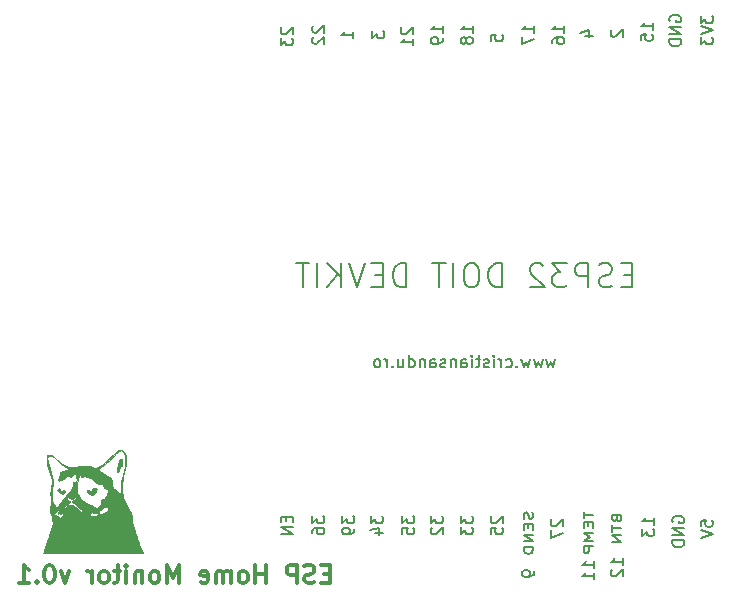
<source format=gbr>
G04 #@! TF.GenerationSoftware,KiCad,Pcbnew,(5.1.2)-1*
G04 #@! TF.CreationDate,2019-06-12T21:15:56+03:00*
G04 #@! TF.ProjectId,esp32-ac-board,65737033-322d-4616-932d-626f6172642e,rev?*
G04 #@! TF.SameCoordinates,Original*
G04 #@! TF.FileFunction,Legend,Bot*
G04 #@! TF.FilePolarity,Positive*
%FSLAX46Y46*%
G04 Gerber Fmt 4.6, Leading zero omitted, Abs format (unit mm)*
G04 Created by KiCad (PCBNEW (5.1.2)-1) date 2019-06-12 21:15:56*
%MOMM*%
%LPD*%
G04 APERTURE LIST*
%ADD10C,0.150000*%
%ADD11C,0.300000*%
%ADD12C,0.010000*%
G04 APERTURE END LIST*
D10*
X152963619Y-70231095D02*
X152916000Y-70278714D01*
X152868380Y-70373952D01*
X152868380Y-70612047D01*
X152916000Y-70707285D01*
X152963619Y-70754904D01*
X153058857Y-70802523D01*
X153154095Y-70802523D01*
X153296952Y-70754904D01*
X153868380Y-70183476D01*
X153868380Y-70802523D01*
X152868380Y-71135857D02*
X152868380Y-71754904D01*
X153249333Y-71421571D01*
X153249333Y-71564428D01*
X153296952Y-71659666D01*
X153344571Y-71707285D01*
X153439809Y-71754904D01*
X153677904Y-71754904D01*
X153773142Y-71707285D01*
X153820761Y-71659666D01*
X153868380Y-71564428D01*
X153868380Y-71278714D01*
X153820761Y-71183476D01*
X153773142Y-71135857D01*
X155630619Y-70104095D02*
X155583000Y-70151714D01*
X155535380Y-70246952D01*
X155535380Y-70485047D01*
X155583000Y-70580285D01*
X155630619Y-70627904D01*
X155725857Y-70675523D01*
X155821095Y-70675523D01*
X155963952Y-70627904D01*
X156535380Y-70056476D01*
X156535380Y-70675523D01*
X155630619Y-71056476D02*
X155583000Y-71104095D01*
X155535380Y-71199333D01*
X155535380Y-71437428D01*
X155583000Y-71532666D01*
X155630619Y-71580285D01*
X155725857Y-71627904D01*
X155821095Y-71627904D01*
X155963952Y-71580285D01*
X156535380Y-71008857D01*
X156535380Y-71627904D01*
X158948380Y-71151714D02*
X158948380Y-70580285D01*
X158948380Y-70866000D02*
X157948380Y-70866000D01*
X158091238Y-70770761D01*
X158186476Y-70675523D01*
X158234095Y-70580285D01*
X160615380Y-70532666D02*
X160615380Y-71151714D01*
X160996333Y-70818380D01*
X160996333Y-70961238D01*
X161043952Y-71056476D01*
X161091571Y-71104095D01*
X161186809Y-71151714D01*
X161424904Y-71151714D01*
X161520142Y-71104095D01*
X161567761Y-71056476D01*
X161615380Y-70961238D01*
X161615380Y-70675523D01*
X161567761Y-70580285D01*
X161520142Y-70532666D01*
X163123619Y-70231095D02*
X163076000Y-70278714D01*
X163028380Y-70373952D01*
X163028380Y-70612047D01*
X163076000Y-70707285D01*
X163123619Y-70754904D01*
X163218857Y-70802523D01*
X163314095Y-70802523D01*
X163456952Y-70754904D01*
X164028380Y-70183476D01*
X164028380Y-70802523D01*
X164028380Y-71754904D02*
X164028380Y-71183476D01*
X164028380Y-71469190D02*
X163028380Y-71469190D01*
X163171238Y-71373952D01*
X163266476Y-71278714D01*
X163314095Y-71183476D01*
X166568380Y-70675523D02*
X166568380Y-70104095D01*
X166568380Y-70389809D02*
X165568380Y-70389809D01*
X165711238Y-70294571D01*
X165806476Y-70199333D01*
X165854095Y-70104095D01*
X166568380Y-71151714D02*
X166568380Y-71342190D01*
X166520761Y-71437428D01*
X166473142Y-71485047D01*
X166330285Y-71580285D01*
X166139809Y-71627904D01*
X165758857Y-71627904D01*
X165663619Y-71580285D01*
X165616000Y-71532666D01*
X165568380Y-71437428D01*
X165568380Y-71246952D01*
X165616000Y-71151714D01*
X165663619Y-71104095D01*
X165758857Y-71056476D01*
X165996952Y-71056476D01*
X166092190Y-71104095D01*
X166139809Y-71151714D01*
X166187428Y-71246952D01*
X166187428Y-71437428D01*
X166139809Y-71532666D01*
X166092190Y-71580285D01*
X165996952Y-71627904D01*
X169108380Y-70675523D02*
X169108380Y-70104095D01*
X169108380Y-70389809D02*
X168108380Y-70389809D01*
X168251238Y-70294571D01*
X168346476Y-70199333D01*
X168394095Y-70104095D01*
X168536952Y-71246952D02*
X168489333Y-71151714D01*
X168441714Y-71104095D01*
X168346476Y-71056476D01*
X168298857Y-71056476D01*
X168203619Y-71104095D01*
X168156000Y-71151714D01*
X168108380Y-71246952D01*
X168108380Y-71437428D01*
X168156000Y-71532666D01*
X168203619Y-71580285D01*
X168298857Y-71627904D01*
X168346476Y-71627904D01*
X168441714Y-71580285D01*
X168489333Y-71532666D01*
X168536952Y-71437428D01*
X168536952Y-71246952D01*
X168584571Y-71151714D01*
X168632190Y-71104095D01*
X168727428Y-71056476D01*
X168917904Y-71056476D01*
X169013142Y-71104095D01*
X169060761Y-71151714D01*
X169108380Y-71246952D01*
X169108380Y-71437428D01*
X169060761Y-71532666D01*
X169013142Y-71580285D01*
X168917904Y-71627904D01*
X168727428Y-71627904D01*
X168632190Y-71580285D01*
X168584571Y-71532666D01*
X168536952Y-71437428D01*
X170648380Y-71358095D02*
X170648380Y-70881904D01*
X171124571Y-70834285D01*
X171076952Y-70881904D01*
X171029333Y-70977142D01*
X171029333Y-71215238D01*
X171076952Y-71310476D01*
X171124571Y-71358095D01*
X171219809Y-71405714D01*
X171457904Y-71405714D01*
X171553142Y-71358095D01*
X171600761Y-71310476D01*
X171648380Y-71215238D01*
X171648380Y-70977142D01*
X171600761Y-70881904D01*
X171553142Y-70834285D01*
X174315380Y-70675523D02*
X174315380Y-70104095D01*
X174315380Y-70389809D02*
X173315380Y-70389809D01*
X173458238Y-70294571D01*
X173553476Y-70199333D01*
X173601095Y-70104095D01*
X173315380Y-71008857D02*
X173315380Y-71675523D01*
X174315380Y-71246952D01*
X176855380Y-70675523D02*
X176855380Y-70104095D01*
X176855380Y-70389809D02*
X175855380Y-70389809D01*
X175998238Y-70294571D01*
X176093476Y-70199333D01*
X176141095Y-70104095D01*
X175855380Y-71532666D02*
X175855380Y-71342190D01*
X175903000Y-71246952D01*
X175950619Y-71199333D01*
X176093476Y-71104095D01*
X176283952Y-71056476D01*
X176664904Y-71056476D01*
X176760142Y-71104095D01*
X176807761Y-71151714D01*
X176855380Y-71246952D01*
X176855380Y-71437428D01*
X176807761Y-71532666D01*
X176760142Y-71580285D01*
X176664904Y-71627904D01*
X176426809Y-71627904D01*
X176331571Y-71580285D01*
X176283952Y-71532666D01*
X176236333Y-71437428D01*
X176236333Y-71246952D01*
X176283952Y-71151714D01*
X176331571Y-71104095D01*
X176426809Y-71056476D01*
X178601714Y-70929476D02*
X179268380Y-70929476D01*
X178220761Y-70691380D02*
X178935047Y-70453285D01*
X178935047Y-71072333D01*
X180903619Y-70453285D02*
X180856000Y-70500904D01*
X180808380Y-70596142D01*
X180808380Y-70834238D01*
X180856000Y-70929476D01*
X180903619Y-70977095D01*
X180998857Y-71024714D01*
X181094095Y-71024714D01*
X181236952Y-70977095D01*
X181808380Y-70405666D01*
X181808380Y-71024714D01*
X184348380Y-70421523D02*
X184348380Y-69850095D01*
X184348380Y-70135809D02*
X183348380Y-70135809D01*
X183491238Y-70040571D01*
X183586476Y-69945333D01*
X183634095Y-69850095D01*
X183348380Y-71326285D02*
X183348380Y-70850095D01*
X183824571Y-70802476D01*
X183776952Y-70850095D01*
X183729333Y-70945333D01*
X183729333Y-71183428D01*
X183776952Y-71278666D01*
X183824571Y-71326285D01*
X183919809Y-71373904D01*
X184157904Y-71373904D01*
X184253142Y-71326285D01*
X184300761Y-71278666D01*
X184348380Y-71183428D01*
X184348380Y-70945333D01*
X184300761Y-70850095D01*
X184253142Y-70802476D01*
X185809000Y-69723095D02*
X185761380Y-69627857D01*
X185761380Y-69485000D01*
X185809000Y-69342142D01*
X185904238Y-69246904D01*
X185999476Y-69199285D01*
X186189952Y-69151666D01*
X186332809Y-69151666D01*
X186523285Y-69199285D01*
X186618523Y-69246904D01*
X186713761Y-69342142D01*
X186761380Y-69485000D01*
X186761380Y-69580238D01*
X186713761Y-69723095D01*
X186666142Y-69770714D01*
X186332809Y-69770714D01*
X186332809Y-69580238D01*
X186761380Y-70199285D02*
X185761380Y-70199285D01*
X186761380Y-70770714D01*
X185761380Y-70770714D01*
X186761380Y-71246904D02*
X185761380Y-71246904D01*
X185761380Y-71485000D01*
X185809000Y-71627857D01*
X185904238Y-71723095D01*
X185999476Y-71770714D01*
X186189952Y-71818333D01*
X186332809Y-71818333D01*
X186523285Y-71770714D01*
X186618523Y-71723095D01*
X186713761Y-71627857D01*
X186761380Y-71485000D01*
X186761380Y-71246904D01*
X188428380Y-69246904D02*
X188428380Y-69865952D01*
X188809333Y-69532619D01*
X188809333Y-69675476D01*
X188856952Y-69770714D01*
X188904571Y-69818333D01*
X188999809Y-69865952D01*
X189237904Y-69865952D01*
X189333142Y-69818333D01*
X189380761Y-69770714D01*
X189428380Y-69675476D01*
X189428380Y-69389761D01*
X189380761Y-69294523D01*
X189333142Y-69246904D01*
X188428380Y-70151666D02*
X189428380Y-70485000D01*
X188428380Y-70818333D01*
X188428380Y-71056428D02*
X188428380Y-71675476D01*
X188809333Y-71342142D01*
X188809333Y-71485000D01*
X188856952Y-71580238D01*
X188904571Y-71627857D01*
X188999809Y-71675476D01*
X189237904Y-71675476D01*
X189333142Y-71627857D01*
X189380761Y-71580238D01*
X189428380Y-71485000D01*
X189428380Y-71199285D01*
X189380761Y-71104047D01*
X189333142Y-71056428D01*
X181808380Y-115760523D02*
X181808380Y-115189095D01*
X181808380Y-115474809D02*
X180808380Y-115474809D01*
X180951238Y-115379571D01*
X181046476Y-115284333D01*
X181094095Y-115189095D01*
X180903619Y-116141476D02*
X180856000Y-116189095D01*
X180808380Y-116284333D01*
X180808380Y-116522428D01*
X180856000Y-116617666D01*
X180903619Y-116665285D01*
X180998857Y-116712904D01*
X181094095Y-116712904D01*
X181236952Y-116665285D01*
X181808380Y-116093857D01*
X181808380Y-116712904D01*
X174315380Y-116268523D02*
X174315380Y-116459000D01*
X174267761Y-116554238D01*
X174220142Y-116601857D01*
X174077285Y-116697095D01*
X173886809Y-116744714D01*
X173505857Y-116744714D01*
X173410619Y-116697095D01*
X173363000Y-116649476D01*
X173315380Y-116554238D01*
X173315380Y-116363761D01*
X173363000Y-116268523D01*
X173410619Y-116220904D01*
X173505857Y-116173285D01*
X173743952Y-116173285D01*
X173839190Y-116220904D01*
X173886809Y-116268523D01*
X173934428Y-116363761D01*
X173934428Y-116554238D01*
X173886809Y-116649476D01*
X173839190Y-116697095D01*
X173743952Y-116744714D01*
X179395380Y-116014523D02*
X179395380Y-115443095D01*
X179395380Y-115728809D02*
X178395380Y-115728809D01*
X178538238Y-115633571D01*
X178633476Y-115538333D01*
X178681095Y-115443095D01*
X179395380Y-116966904D02*
X179395380Y-116395476D01*
X179395380Y-116681190D02*
X178395380Y-116681190D01*
X178538238Y-116585952D01*
X178633476Y-116490714D01*
X178681095Y-116395476D01*
X175823619Y-111887095D02*
X175776000Y-111934714D01*
X175728380Y-112029952D01*
X175728380Y-112268047D01*
X175776000Y-112363285D01*
X175823619Y-112410904D01*
X175918857Y-112458523D01*
X176014095Y-112458523D01*
X176156952Y-112410904D01*
X176728380Y-111839476D01*
X176728380Y-112458523D01*
X175728380Y-112791857D02*
X175728380Y-113458523D01*
X176728380Y-113029952D01*
X184475380Y-112331523D02*
X184475380Y-111760095D01*
X184475380Y-112045809D02*
X183475380Y-112045809D01*
X183618238Y-111950571D01*
X183713476Y-111855333D01*
X183761095Y-111760095D01*
X183475380Y-112664857D02*
X183475380Y-113283904D01*
X183856333Y-112950571D01*
X183856333Y-113093428D01*
X183903952Y-113188666D01*
X183951571Y-113236285D01*
X184046809Y-113283904D01*
X184284904Y-113283904D01*
X184380142Y-113236285D01*
X184427761Y-113188666D01*
X184475380Y-113093428D01*
X184475380Y-112807714D01*
X184427761Y-112712476D01*
X184380142Y-112664857D01*
X186063000Y-112141095D02*
X186015380Y-112045857D01*
X186015380Y-111903000D01*
X186063000Y-111760142D01*
X186158238Y-111664904D01*
X186253476Y-111617285D01*
X186443952Y-111569666D01*
X186586809Y-111569666D01*
X186777285Y-111617285D01*
X186872523Y-111664904D01*
X186967761Y-111760142D01*
X187015380Y-111903000D01*
X187015380Y-111998238D01*
X186967761Y-112141095D01*
X186920142Y-112188714D01*
X186586809Y-112188714D01*
X186586809Y-111998238D01*
X187015380Y-112617285D02*
X186015380Y-112617285D01*
X187015380Y-113188714D01*
X186015380Y-113188714D01*
X187015380Y-113664904D02*
X186015380Y-113664904D01*
X186015380Y-113903000D01*
X186063000Y-114045857D01*
X186158238Y-114141095D01*
X186253476Y-114188714D01*
X186443952Y-114236333D01*
X186586809Y-114236333D01*
X186777285Y-114188714D01*
X186872523Y-114141095D01*
X186967761Y-114045857D01*
X187015380Y-113903000D01*
X187015380Y-113664904D01*
X188428380Y-112458523D02*
X188428380Y-111982333D01*
X188904571Y-111934714D01*
X188856952Y-111982333D01*
X188809333Y-112077571D01*
X188809333Y-112315666D01*
X188856952Y-112410904D01*
X188904571Y-112458523D01*
X188999809Y-112506142D01*
X189237904Y-112506142D01*
X189333142Y-112458523D01*
X189380761Y-112410904D01*
X189428380Y-112315666D01*
X189428380Y-112077571D01*
X189380761Y-111982333D01*
X189333142Y-111934714D01*
X188428380Y-112791857D02*
X189428380Y-113125190D01*
X188428380Y-113458523D01*
X170743619Y-111633095D02*
X170696000Y-111680714D01*
X170648380Y-111775952D01*
X170648380Y-112014047D01*
X170696000Y-112109285D01*
X170743619Y-112156904D01*
X170838857Y-112204523D01*
X170934095Y-112204523D01*
X171076952Y-112156904D01*
X171648380Y-111585476D01*
X171648380Y-112204523D01*
X170648380Y-113109285D02*
X170648380Y-112633095D01*
X171124571Y-112585476D01*
X171076952Y-112633095D01*
X171029333Y-112728333D01*
X171029333Y-112966428D01*
X171076952Y-113061666D01*
X171124571Y-113109285D01*
X171219809Y-113156904D01*
X171457904Y-113156904D01*
X171553142Y-113109285D01*
X171600761Y-113061666D01*
X171648380Y-112966428D01*
X171648380Y-112728333D01*
X171600761Y-112633095D01*
X171553142Y-112585476D01*
X168108380Y-111585476D02*
X168108380Y-112204523D01*
X168489333Y-111871190D01*
X168489333Y-112014047D01*
X168536952Y-112109285D01*
X168584571Y-112156904D01*
X168679809Y-112204523D01*
X168917904Y-112204523D01*
X169013142Y-112156904D01*
X169060761Y-112109285D01*
X169108380Y-112014047D01*
X169108380Y-111728333D01*
X169060761Y-111633095D01*
X169013142Y-111585476D01*
X168108380Y-112537857D02*
X168108380Y-113156904D01*
X168489333Y-112823571D01*
X168489333Y-112966428D01*
X168536952Y-113061666D01*
X168584571Y-113109285D01*
X168679809Y-113156904D01*
X168917904Y-113156904D01*
X169013142Y-113109285D01*
X169060761Y-113061666D01*
X169108380Y-112966428D01*
X169108380Y-112680714D01*
X169060761Y-112585476D01*
X169013142Y-112537857D01*
X165568380Y-111585476D02*
X165568380Y-112204523D01*
X165949333Y-111871190D01*
X165949333Y-112014047D01*
X165996952Y-112109285D01*
X166044571Y-112156904D01*
X166139809Y-112204523D01*
X166377904Y-112204523D01*
X166473142Y-112156904D01*
X166520761Y-112109285D01*
X166568380Y-112014047D01*
X166568380Y-111728333D01*
X166520761Y-111633095D01*
X166473142Y-111585476D01*
X165663619Y-112585476D02*
X165616000Y-112633095D01*
X165568380Y-112728333D01*
X165568380Y-112966428D01*
X165616000Y-113061666D01*
X165663619Y-113109285D01*
X165758857Y-113156904D01*
X165854095Y-113156904D01*
X165996952Y-113109285D01*
X166568380Y-112537857D01*
X166568380Y-113156904D01*
X163155380Y-111585476D02*
X163155380Y-112204523D01*
X163536333Y-111871190D01*
X163536333Y-112014047D01*
X163583952Y-112109285D01*
X163631571Y-112156904D01*
X163726809Y-112204523D01*
X163964904Y-112204523D01*
X164060142Y-112156904D01*
X164107761Y-112109285D01*
X164155380Y-112014047D01*
X164155380Y-111728333D01*
X164107761Y-111633095D01*
X164060142Y-111585476D01*
X163155380Y-113109285D02*
X163155380Y-112633095D01*
X163631571Y-112585476D01*
X163583952Y-112633095D01*
X163536333Y-112728333D01*
X163536333Y-112966428D01*
X163583952Y-113061666D01*
X163631571Y-113109285D01*
X163726809Y-113156904D01*
X163964904Y-113156904D01*
X164060142Y-113109285D01*
X164107761Y-113061666D01*
X164155380Y-112966428D01*
X164155380Y-112728333D01*
X164107761Y-112633095D01*
X164060142Y-112585476D01*
X160488380Y-111585476D02*
X160488380Y-112204523D01*
X160869333Y-111871190D01*
X160869333Y-112014047D01*
X160916952Y-112109285D01*
X160964571Y-112156904D01*
X161059809Y-112204523D01*
X161297904Y-112204523D01*
X161393142Y-112156904D01*
X161440761Y-112109285D01*
X161488380Y-112014047D01*
X161488380Y-111728333D01*
X161440761Y-111633095D01*
X161393142Y-111585476D01*
X160821714Y-113061666D02*
X161488380Y-113061666D01*
X160440761Y-112823571D02*
X161155047Y-112585476D01*
X161155047Y-113204523D01*
X158075380Y-111585476D02*
X158075380Y-112204523D01*
X158456333Y-111871190D01*
X158456333Y-112014047D01*
X158503952Y-112109285D01*
X158551571Y-112156904D01*
X158646809Y-112204523D01*
X158884904Y-112204523D01*
X158980142Y-112156904D01*
X159027761Y-112109285D01*
X159075380Y-112014047D01*
X159075380Y-111728333D01*
X159027761Y-111633095D01*
X158980142Y-111585476D01*
X159075380Y-112680714D02*
X159075380Y-112871190D01*
X159027761Y-112966428D01*
X158980142Y-113014047D01*
X158837285Y-113109285D01*
X158646809Y-113156904D01*
X158265857Y-113156904D01*
X158170619Y-113109285D01*
X158123000Y-113061666D01*
X158075380Y-112966428D01*
X158075380Y-112775952D01*
X158123000Y-112680714D01*
X158170619Y-112633095D01*
X158265857Y-112585476D01*
X158503952Y-112585476D01*
X158599190Y-112633095D01*
X158646809Y-112680714D01*
X158694428Y-112775952D01*
X158694428Y-112966428D01*
X158646809Y-113061666D01*
X158599190Y-113109285D01*
X158503952Y-113156904D01*
X155535380Y-111585476D02*
X155535380Y-112204523D01*
X155916333Y-111871190D01*
X155916333Y-112014047D01*
X155963952Y-112109285D01*
X156011571Y-112156904D01*
X156106809Y-112204523D01*
X156344904Y-112204523D01*
X156440142Y-112156904D01*
X156487761Y-112109285D01*
X156535380Y-112014047D01*
X156535380Y-111728333D01*
X156487761Y-111633095D01*
X156440142Y-111585476D01*
X155535380Y-113061666D02*
X155535380Y-112871190D01*
X155583000Y-112775952D01*
X155630619Y-112728333D01*
X155773476Y-112633095D01*
X155963952Y-112585476D01*
X156344904Y-112585476D01*
X156440142Y-112633095D01*
X156487761Y-112680714D01*
X156535380Y-112775952D01*
X156535380Y-112966428D01*
X156487761Y-113061666D01*
X156440142Y-113109285D01*
X156344904Y-113156904D01*
X156106809Y-113156904D01*
X156011571Y-113109285D01*
X155963952Y-113061666D01*
X155916333Y-112966428D01*
X155916333Y-112775952D01*
X155963952Y-112680714D01*
X156011571Y-112633095D01*
X156106809Y-112585476D01*
X153344571Y-111656904D02*
X153344571Y-111990238D01*
X153868380Y-112133095D02*
X153868380Y-111656904D01*
X152868380Y-111656904D01*
X152868380Y-112133095D01*
X153868380Y-112561666D02*
X152868380Y-112561666D01*
X153868380Y-113133095D01*
X152868380Y-113133095D01*
D11*
X156998142Y-116478857D02*
X156498142Y-116478857D01*
X156283857Y-117264571D02*
X156998142Y-117264571D01*
X156998142Y-115764571D01*
X156283857Y-115764571D01*
X155712428Y-117193142D02*
X155498142Y-117264571D01*
X155141000Y-117264571D01*
X154998142Y-117193142D01*
X154926714Y-117121714D01*
X154855285Y-116978857D01*
X154855285Y-116836000D01*
X154926714Y-116693142D01*
X154998142Y-116621714D01*
X155141000Y-116550285D01*
X155426714Y-116478857D01*
X155569571Y-116407428D01*
X155641000Y-116336000D01*
X155712428Y-116193142D01*
X155712428Y-116050285D01*
X155641000Y-115907428D01*
X155569571Y-115836000D01*
X155426714Y-115764571D01*
X155069571Y-115764571D01*
X154855285Y-115836000D01*
X154212428Y-117264571D02*
X154212428Y-115764571D01*
X153641000Y-115764571D01*
X153498142Y-115836000D01*
X153426714Y-115907428D01*
X153355285Y-116050285D01*
X153355285Y-116264571D01*
X153426714Y-116407428D01*
X153498142Y-116478857D01*
X153641000Y-116550285D01*
X154212428Y-116550285D01*
X151569571Y-117264571D02*
X151569571Y-115764571D01*
X151569571Y-116478857D02*
X150712428Y-116478857D01*
X150712428Y-117264571D02*
X150712428Y-115764571D01*
X149783857Y-117264571D02*
X149926714Y-117193142D01*
X149998142Y-117121714D01*
X150069571Y-116978857D01*
X150069571Y-116550285D01*
X149998142Y-116407428D01*
X149926714Y-116336000D01*
X149783857Y-116264571D01*
X149569571Y-116264571D01*
X149426714Y-116336000D01*
X149355285Y-116407428D01*
X149283857Y-116550285D01*
X149283857Y-116978857D01*
X149355285Y-117121714D01*
X149426714Y-117193142D01*
X149569571Y-117264571D01*
X149783857Y-117264571D01*
X148641000Y-117264571D02*
X148641000Y-116264571D01*
X148641000Y-116407428D02*
X148569571Y-116336000D01*
X148426714Y-116264571D01*
X148212428Y-116264571D01*
X148069571Y-116336000D01*
X147998142Y-116478857D01*
X147998142Y-117264571D01*
X147998142Y-116478857D02*
X147926714Y-116336000D01*
X147783857Y-116264571D01*
X147569571Y-116264571D01*
X147426714Y-116336000D01*
X147355285Y-116478857D01*
X147355285Y-117264571D01*
X146069571Y-117193142D02*
X146212428Y-117264571D01*
X146498142Y-117264571D01*
X146641000Y-117193142D01*
X146712428Y-117050285D01*
X146712428Y-116478857D01*
X146641000Y-116336000D01*
X146498142Y-116264571D01*
X146212428Y-116264571D01*
X146069571Y-116336000D01*
X145998142Y-116478857D01*
X145998142Y-116621714D01*
X146712428Y-116764571D01*
X144212428Y-117264571D02*
X144212428Y-115764571D01*
X143712428Y-116836000D01*
X143212428Y-115764571D01*
X143212428Y-117264571D01*
X142283857Y-117264571D02*
X142426714Y-117193142D01*
X142498142Y-117121714D01*
X142569571Y-116978857D01*
X142569571Y-116550285D01*
X142498142Y-116407428D01*
X142426714Y-116336000D01*
X142283857Y-116264571D01*
X142069571Y-116264571D01*
X141926714Y-116336000D01*
X141855285Y-116407428D01*
X141783857Y-116550285D01*
X141783857Y-116978857D01*
X141855285Y-117121714D01*
X141926714Y-117193142D01*
X142069571Y-117264571D01*
X142283857Y-117264571D01*
X141141000Y-116264571D02*
X141141000Y-117264571D01*
X141141000Y-116407428D02*
X141069571Y-116336000D01*
X140926714Y-116264571D01*
X140712428Y-116264571D01*
X140569571Y-116336000D01*
X140498142Y-116478857D01*
X140498142Y-117264571D01*
X139783857Y-117264571D02*
X139783857Y-116264571D01*
X139783857Y-115764571D02*
X139855285Y-115836000D01*
X139783857Y-115907428D01*
X139712428Y-115836000D01*
X139783857Y-115764571D01*
X139783857Y-115907428D01*
X139283857Y-116264571D02*
X138712428Y-116264571D01*
X139069571Y-115764571D02*
X139069571Y-117050285D01*
X138998142Y-117193142D01*
X138855285Y-117264571D01*
X138712428Y-117264571D01*
X137998142Y-117264571D02*
X138141000Y-117193142D01*
X138212428Y-117121714D01*
X138283857Y-116978857D01*
X138283857Y-116550285D01*
X138212428Y-116407428D01*
X138141000Y-116336000D01*
X137998142Y-116264571D01*
X137783857Y-116264571D01*
X137641000Y-116336000D01*
X137569571Y-116407428D01*
X137498142Y-116550285D01*
X137498142Y-116978857D01*
X137569571Y-117121714D01*
X137641000Y-117193142D01*
X137783857Y-117264571D01*
X137998142Y-117264571D01*
X136855285Y-117264571D02*
X136855285Y-116264571D01*
X136855285Y-116550285D02*
X136783857Y-116407428D01*
X136712428Y-116336000D01*
X136569571Y-116264571D01*
X136426714Y-116264571D01*
X134926714Y-116264571D02*
X134569571Y-117264571D01*
X134212428Y-116264571D01*
X133355285Y-115764571D02*
X133212428Y-115764571D01*
X133069571Y-115836000D01*
X132998142Y-115907428D01*
X132926714Y-116050285D01*
X132855285Y-116336000D01*
X132855285Y-116693142D01*
X132926714Y-116978857D01*
X132998142Y-117121714D01*
X133069571Y-117193142D01*
X133212428Y-117264571D01*
X133355285Y-117264571D01*
X133498142Y-117193142D01*
X133569571Y-117121714D01*
X133640999Y-116978857D01*
X133712428Y-116693142D01*
X133712428Y-116336000D01*
X133640999Y-116050285D01*
X133569571Y-115907428D01*
X133498142Y-115836000D01*
X133355285Y-115764571D01*
X132212428Y-117121714D02*
X132140999Y-117193142D01*
X132212428Y-117264571D01*
X132283857Y-117193142D01*
X132212428Y-117121714D01*
X132212428Y-117264571D01*
X130712428Y-117264571D02*
X131569571Y-117264571D01*
X131140999Y-117264571D02*
X131140999Y-115764571D01*
X131283857Y-115978857D01*
X131426714Y-116121714D01*
X131569571Y-116193142D01*
D10*
X182624238Y-91170142D02*
X181957571Y-91170142D01*
X181671857Y-92217761D02*
X182624238Y-92217761D01*
X182624238Y-90217761D01*
X181671857Y-90217761D01*
X180909952Y-92122523D02*
X180624238Y-92217761D01*
X180148047Y-92217761D01*
X179957571Y-92122523D01*
X179862333Y-92027285D01*
X179767095Y-91836809D01*
X179767095Y-91646333D01*
X179862333Y-91455857D01*
X179957571Y-91360619D01*
X180148047Y-91265380D01*
X180529000Y-91170142D01*
X180719476Y-91074904D01*
X180814714Y-90979666D01*
X180909952Y-90789190D01*
X180909952Y-90598714D01*
X180814714Y-90408238D01*
X180719476Y-90313000D01*
X180529000Y-90217761D01*
X180052809Y-90217761D01*
X179767095Y-90313000D01*
X178909952Y-92217761D02*
X178909952Y-90217761D01*
X178148047Y-90217761D01*
X177957571Y-90313000D01*
X177862333Y-90408238D01*
X177767095Y-90598714D01*
X177767095Y-90884428D01*
X177862333Y-91074904D01*
X177957571Y-91170142D01*
X178148047Y-91265380D01*
X178909952Y-91265380D01*
X177100428Y-90217761D02*
X175862333Y-90217761D01*
X176529000Y-90979666D01*
X176243285Y-90979666D01*
X176052809Y-91074904D01*
X175957571Y-91170142D01*
X175862333Y-91360619D01*
X175862333Y-91836809D01*
X175957571Y-92027285D01*
X176052809Y-92122523D01*
X176243285Y-92217761D01*
X176814714Y-92217761D01*
X177005190Y-92122523D01*
X177100428Y-92027285D01*
X175100428Y-90408238D02*
X175005190Y-90313000D01*
X174814714Y-90217761D01*
X174338523Y-90217761D01*
X174148047Y-90313000D01*
X174052809Y-90408238D01*
X173957571Y-90598714D01*
X173957571Y-90789190D01*
X174052809Y-91074904D01*
X175195666Y-92217761D01*
X173957571Y-92217761D01*
X171576619Y-92217761D02*
X171576619Y-90217761D01*
X171100428Y-90217761D01*
X170814714Y-90313000D01*
X170624238Y-90503476D01*
X170529000Y-90693952D01*
X170433761Y-91074904D01*
X170433761Y-91360619D01*
X170529000Y-91741571D01*
X170624238Y-91932047D01*
X170814714Y-92122523D01*
X171100428Y-92217761D01*
X171576619Y-92217761D01*
X169195666Y-90217761D02*
X168814714Y-90217761D01*
X168624238Y-90313000D01*
X168433761Y-90503476D01*
X168338523Y-90884428D01*
X168338523Y-91551095D01*
X168433761Y-91932047D01*
X168624238Y-92122523D01*
X168814714Y-92217761D01*
X169195666Y-92217761D01*
X169386142Y-92122523D01*
X169576619Y-91932047D01*
X169671857Y-91551095D01*
X169671857Y-90884428D01*
X169576619Y-90503476D01*
X169386142Y-90313000D01*
X169195666Y-90217761D01*
X167481380Y-92217761D02*
X167481380Y-90217761D01*
X166814714Y-90217761D02*
X165671857Y-90217761D01*
X166243285Y-92217761D02*
X166243285Y-90217761D01*
X163481380Y-92217761D02*
X163481380Y-90217761D01*
X163005190Y-90217761D01*
X162719476Y-90313000D01*
X162529000Y-90503476D01*
X162433761Y-90693952D01*
X162338523Y-91074904D01*
X162338523Y-91360619D01*
X162433761Y-91741571D01*
X162529000Y-91932047D01*
X162719476Y-92122523D01*
X163005190Y-92217761D01*
X163481380Y-92217761D01*
X161481380Y-91170142D02*
X160814714Y-91170142D01*
X160529000Y-92217761D02*
X161481380Y-92217761D01*
X161481380Y-90217761D01*
X160529000Y-90217761D01*
X159957571Y-90217761D02*
X159290904Y-92217761D01*
X158624238Y-90217761D01*
X157957571Y-92217761D02*
X157957571Y-90217761D01*
X156814714Y-92217761D02*
X157671857Y-91074904D01*
X156814714Y-90217761D02*
X157957571Y-91360619D01*
X155957571Y-92217761D02*
X155957571Y-90217761D01*
X155290904Y-90217761D02*
X154148047Y-90217761D01*
X154719476Y-92217761D02*
X154719476Y-90217761D01*
X176092476Y-98337714D02*
X175902000Y-99004380D01*
X175711523Y-98528190D01*
X175521047Y-99004380D01*
X175330571Y-98337714D01*
X175044857Y-98337714D02*
X174854380Y-99004380D01*
X174663904Y-98528190D01*
X174473428Y-99004380D01*
X174282952Y-98337714D01*
X173997238Y-98337714D02*
X173806761Y-99004380D01*
X173616285Y-98528190D01*
X173425809Y-99004380D01*
X173235333Y-98337714D01*
X172854380Y-98909142D02*
X172806761Y-98956761D01*
X172854380Y-99004380D01*
X172902000Y-98956761D01*
X172854380Y-98909142D01*
X172854380Y-99004380D01*
X171949619Y-98956761D02*
X172044857Y-99004380D01*
X172235333Y-99004380D01*
X172330571Y-98956761D01*
X172378190Y-98909142D01*
X172425809Y-98813904D01*
X172425809Y-98528190D01*
X172378190Y-98432952D01*
X172330571Y-98385333D01*
X172235333Y-98337714D01*
X172044857Y-98337714D01*
X171949619Y-98385333D01*
X171521047Y-99004380D02*
X171521047Y-98337714D01*
X171521047Y-98528190D02*
X171473428Y-98432952D01*
X171425809Y-98385333D01*
X171330571Y-98337714D01*
X171235333Y-98337714D01*
X170902000Y-99004380D02*
X170902000Y-98337714D01*
X170902000Y-98004380D02*
X170949619Y-98052000D01*
X170902000Y-98099619D01*
X170854380Y-98052000D01*
X170902000Y-98004380D01*
X170902000Y-98099619D01*
X170473428Y-98956761D02*
X170378190Y-99004380D01*
X170187714Y-99004380D01*
X170092476Y-98956761D01*
X170044857Y-98861523D01*
X170044857Y-98813904D01*
X170092476Y-98718666D01*
X170187714Y-98671047D01*
X170330571Y-98671047D01*
X170425809Y-98623428D01*
X170473428Y-98528190D01*
X170473428Y-98480571D01*
X170425809Y-98385333D01*
X170330571Y-98337714D01*
X170187714Y-98337714D01*
X170092476Y-98385333D01*
X169759142Y-98337714D02*
X169378190Y-98337714D01*
X169616285Y-98004380D02*
X169616285Y-98861523D01*
X169568666Y-98956761D01*
X169473428Y-99004380D01*
X169378190Y-99004380D01*
X169044857Y-99004380D02*
X169044857Y-98337714D01*
X169044857Y-98004380D02*
X169092476Y-98052000D01*
X169044857Y-98099619D01*
X168997238Y-98052000D01*
X169044857Y-98004380D01*
X169044857Y-98099619D01*
X168140095Y-99004380D02*
X168140095Y-98480571D01*
X168187714Y-98385333D01*
X168282952Y-98337714D01*
X168473428Y-98337714D01*
X168568666Y-98385333D01*
X168140095Y-98956761D02*
X168235333Y-99004380D01*
X168473428Y-99004380D01*
X168568666Y-98956761D01*
X168616285Y-98861523D01*
X168616285Y-98766285D01*
X168568666Y-98671047D01*
X168473428Y-98623428D01*
X168235333Y-98623428D01*
X168140095Y-98575809D01*
X167663904Y-98337714D02*
X167663904Y-99004380D01*
X167663904Y-98432952D02*
X167616285Y-98385333D01*
X167521047Y-98337714D01*
X167378190Y-98337714D01*
X167282952Y-98385333D01*
X167235333Y-98480571D01*
X167235333Y-99004380D01*
X166806761Y-98956761D02*
X166711523Y-99004380D01*
X166521047Y-99004380D01*
X166425809Y-98956761D01*
X166378190Y-98861523D01*
X166378190Y-98813904D01*
X166425809Y-98718666D01*
X166521047Y-98671047D01*
X166663904Y-98671047D01*
X166759142Y-98623428D01*
X166806761Y-98528190D01*
X166806761Y-98480571D01*
X166759142Y-98385333D01*
X166663904Y-98337714D01*
X166521047Y-98337714D01*
X166425809Y-98385333D01*
X165521047Y-99004380D02*
X165521047Y-98480571D01*
X165568666Y-98385333D01*
X165663904Y-98337714D01*
X165854380Y-98337714D01*
X165949619Y-98385333D01*
X165521047Y-98956761D02*
X165616285Y-99004380D01*
X165854380Y-99004380D01*
X165949619Y-98956761D01*
X165997238Y-98861523D01*
X165997238Y-98766285D01*
X165949619Y-98671047D01*
X165854380Y-98623428D01*
X165616285Y-98623428D01*
X165521047Y-98575809D01*
X165044857Y-98337714D02*
X165044857Y-99004380D01*
X165044857Y-98432952D02*
X164997238Y-98385333D01*
X164902000Y-98337714D01*
X164759142Y-98337714D01*
X164663904Y-98385333D01*
X164616285Y-98480571D01*
X164616285Y-99004380D01*
X163711523Y-99004380D02*
X163711523Y-98004380D01*
X163711523Y-98956761D02*
X163806761Y-99004380D01*
X163997238Y-99004380D01*
X164092476Y-98956761D01*
X164140095Y-98909142D01*
X164187714Y-98813904D01*
X164187714Y-98528190D01*
X164140095Y-98432952D01*
X164092476Y-98385333D01*
X163997238Y-98337714D01*
X163806761Y-98337714D01*
X163711523Y-98385333D01*
X162806761Y-98337714D02*
X162806761Y-99004380D01*
X163235333Y-98337714D02*
X163235333Y-98861523D01*
X163187714Y-98956761D01*
X163092476Y-99004380D01*
X162949619Y-99004380D01*
X162854380Y-98956761D01*
X162806761Y-98909142D01*
X162330571Y-98909142D02*
X162282952Y-98956761D01*
X162330571Y-99004380D01*
X162378190Y-98956761D01*
X162330571Y-98909142D01*
X162330571Y-99004380D01*
X161854380Y-99004380D02*
X161854380Y-98337714D01*
X161854380Y-98528190D02*
X161806761Y-98432952D01*
X161759142Y-98385333D01*
X161663904Y-98337714D01*
X161568666Y-98337714D01*
X161092476Y-99004380D02*
X161187714Y-98956761D01*
X161235333Y-98909142D01*
X161282952Y-98813904D01*
X161282952Y-98528190D01*
X161235333Y-98432952D01*
X161187714Y-98385333D01*
X161092476Y-98337714D01*
X160949619Y-98337714D01*
X160854380Y-98385333D01*
X160806761Y-98432952D01*
X160759142Y-98528190D01*
X160759142Y-98813904D01*
X160806761Y-98909142D01*
X160854380Y-98956761D01*
X160949619Y-99004380D01*
X161092476Y-99004380D01*
X181302428Y-111815666D02*
X181338142Y-111958523D01*
X181373857Y-112006142D01*
X181445285Y-112053761D01*
X181552428Y-112053761D01*
X181623857Y-112006142D01*
X181659571Y-111958523D01*
X181695285Y-111863285D01*
X181695285Y-111482333D01*
X180945285Y-111482333D01*
X180945285Y-111815666D01*
X180981000Y-111910904D01*
X181016714Y-111958523D01*
X181088142Y-112006142D01*
X181159571Y-112006142D01*
X181231000Y-111958523D01*
X181266714Y-111910904D01*
X181302428Y-111815666D01*
X181302428Y-111482333D01*
X180945285Y-112339476D02*
X180945285Y-112910904D01*
X181695285Y-112625190D02*
X180945285Y-112625190D01*
X181695285Y-113244238D02*
X180945285Y-113244238D01*
X181695285Y-113815666D01*
X180945285Y-113815666D01*
X178532285Y-111220476D02*
X178532285Y-111791904D01*
X179282285Y-111506190D02*
X178532285Y-111506190D01*
X178889428Y-112125238D02*
X178889428Y-112458571D01*
X179282285Y-112601428D02*
X179282285Y-112125238D01*
X178532285Y-112125238D01*
X178532285Y-112601428D01*
X179282285Y-113030000D02*
X178532285Y-113030000D01*
X179068000Y-113363333D01*
X178532285Y-113696666D01*
X179282285Y-113696666D01*
X179282285Y-114172857D02*
X178532285Y-114172857D01*
X178532285Y-114553809D01*
X178568000Y-114649047D01*
X178603714Y-114696666D01*
X178675142Y-114744285D01*
X178782285Y-114744285D01*
X178853714Y-114696666D01*
X178889428Y-114649047D01*
X178925142Y-114553809D01*
X178925142Y-114172857D01*
X174166571Y-111268095D02*
X174202285Y-111410952D01*
X174202285Y-111649047D01*
X174166571Y-111744285D01*
X174130857Y-111791904D01*
X174059428Y-111839523D01*
X173988000Y-111839523D01*
X173916571Y-111791904D01*
X173880857Y-111744285D01*
X173845142Y-111649047D01*
X173809428Y-111458571D01*
X173773714Y-111363333D01*
X173738000Y-111315714D01*
X173666571Y-111268095D01*
X173595142Y-111268095D01*
X173523714Y-111315714D01*
X173488000Y-111363333D01*
X173452285Y-111458571D01*
X173452285Y-111696666D01*
X173488000Y-111839523D01*
X173809428Y-112268095D02*
X173809428Y-112601428D01*
X174202285Y-112744285D02*
X174202285Y-112268095D01*
X173452285Y-112268095D01*
X173452285Y-112744285D01*
X174202285Y-113172857D02*
X173452285Y-113172857D01*
X174202285Y-113744285D01*
X173452285Y-113744285D01*
X174202285Y-114220476D02*
X173452285Y-114220476D01*
X173452285Y-114458571D01*
X173488000Y-114601428D01*
X173559428Y-114696666D01*
X173630857Y-114744285D01*
X173773714Y-114791904D01*
X173880857Y-114791904D01*
X174023714Y-114744285D01*
X174095142Y-114696666D01*
X174166571Y-114601428D01*
X174202285Y-114458571D01*
X174202285Y-114220476D01*
D12*
G36*
X139246411Y-106777436D02*
G01*
X139197062Y-106877791D01*
X139149681Y-107041887D01*
X139148823Y-107045471D01*
X139108342Y-107203831D01*
X139061640Y-107370180D01*
X139025157Y-107488693D01*
X138985144Y-107640396D01*
X138972415Y-107759475D01*
X138984607Y-107838974D01*
X139019360Y-107871937D01*
X139074312Y-107851410D01*
X139129027Y-107794619D01*
X139182724Y-107688916D01*
X139200467Y-107589832D01*
X139222511Y-107486261D01*
X139278037Y-107397712D01*
X139351138Y-107345942D01*
X139382831Y-107340400D01*
X139418656Y-107307077D01*
X139444818Y-107206971D01*
X139450949Y-107162600D01*
X139457142Y-106987321D01*
X139431704Y-106850545D01*
X139376968Y-106763088D01*
X139362429Y-106752288D01*
X139300583Y-106736907D01*
X139246411Y-106777436D01*
X139246411Y-106777436D01*
G37*
X139246411Y-106777436D02*
X139197062Y-106877791D01*
X139149681Y-107041887D01*
X139148823Y-107045471D01*
X139108342Y-107203831D01*
X139061640Y-107370180D01*
X139025157Y-107488693D01*
X138985144Y-107640396D01*
X138972415Y-107759475D01*
X138984607Y-107838974D01*
X139019360Y-107871937D01*
X139074312Y-107851410D01*
X139129027Y-107794619D01*
X139182724Y-107688916D01*
X139200467Y-107589832D01*
X139222511Y-107486261D01*
X139278037Y-107397712D01*
X139351138Y-107345942D01*
X139382831Y-107340400D01*
X139418656Y-107307077D01*
X139444818Y-107206971D01*
X139450949Y-107162600D01*
X139457142Y-106987321D01*
X139431704Y-106850545D01*
X139376968Y-106763088D01*
X139362429Y-106752288D01*
X139300583Y-106736907D01*
X139246411Y-106777436D01*
G36*
X133982358Y-109297622D02*
G01*
X133971697Y-109313425D01*
X133953072Y-109377586D01*
X133981970Y-109457126D01*
X133985000Y-109462535D01*
X134092108Y-109588812D01*
X134234795Y-109668390D01*
X134394750Y-109692463D01*
X134450369Y-109686339D01*
X134521222Y-109650936D01*
X134588336Y-109585587D01*
X134626433Y-109516582D01*
X134628467Y-109501111D01*
X134603087Y-109466362D01*
X134542932Y-109419517D01*
X134478352Y-109383509D01*
X134434570Y-109388605D01*
X134393325Y-109421457D01*
X134301833Y-109469611D01*
X134216480Y-109455210D01*
X134152613Y-109382806D01*
X134138561Y-109345923D01*
X134096650Y-109264707D01*
X134042213Y-109248145D01*
X133982358Y-109297622D01*
X133982358Y-109297622D01*
G37*
X133982358Y-109297622D02*
X133971697Y-109313425D01*
X133953072Y-109377586D01*
X133981970Y-109457126D01*
X133985000Y-109462535D01*
X134092108Y-109588812D01*
X134234795Y-109668390D01*
X134394750Y-109692463D01*
X134450369Y-109686339D01*
X134521222Y-109650936D01*
X134588336Y-109585587D01*
X134626433Y-109516582D01*
X134628467Y-109501111D01*
X134603087Y-109466362D01*
X134542932Y-109419517D01*
X134478352Y-109383509D01*
X134434570Y-109388605D01*
X134393325Y-109421457D01*
X134301833Y-109469611D01*
X134216480Y-109455210D01*
X134152613Y-109382806D01*
X134138561Y-109345923D01*
X134096650Y-109264707D01*
X134042213Y-109248145D01*
X133982358Y-109297622D01*
G36*
X136930730Y-109230858D02*
G01*
X136885160Y-109290304D01*
X136884931Y-109361734D01*
X136875565Y-109437518D01*
X136828826Y-109484417D01*
X136736673Y-109519236D01*
X136648560Y-109488563D01*
X136585960Y-109426756D01*
X136541863Y-109377954D01*
X136511948Y-109381024D01*
X136476971Y-109423200D01*
X136434301Y-109498576D01*
X136427189Y-109555501D01*
X136454063Y-109575600D01*
X136495270Y-109595775D01*
X136568487Y-109647645D01*
X136626600Y-109694133D01*
X136712357Y-109759407D01*
X136781043Y-109800412D01*
X136807604Y-109808054D01*
X136870667Y-109798295D01*
X136924345Y-109788580D01*
X137014673Y-109745576D01*
X137112052Y-109661295D01*
X137196873Y-109556726D01*
X137249525Y-109452858D01*
X137254124Y-109435623D01*
X137262168Y-109348664D01*
X137230502Y-109289250D01*
X137202703Y-109264288D01*
X137105941Y-109212809D01*
X137009804Y-109203346D01*
X136930730Y-109230858D01*
X136930730Y-109230858D01*
G37*
X136930730Y-109230858D02*
X136885160Y-109290304D01*
X136884931Y-109361734D01*
X136875565Y-109437518D01*
X136828826Y-109484417D01*
X136736673Y-109519236D01*
X136648560Y-109488563D01*
X136585960Y-109426756D01*
X136541863Y-109377954D01*
X136511948Y-109381024D01*
X136476971Y-109423200D01*
X136434301Y-109498576D01*
X136427189Y-109555501D01*
X136454063Y-109575600D01*
X136495270Y-109595775D01*
X136568487Y-109647645D01*
X136626600Y-109694133D01*
X136712357Y-109759407D01*
X136781043Y-109800412D01*
X136807604Y-109808054D01*
X136870667Y-109798295D01*
X136924345Y-109788580D01*
X137014673Y-109745576D01*
X137112052Y-109661295D01*
X137196873Y-109556726D01*
X137249525Y-109452858D01*
X137254124Y-109435623D01*
X137262168Y-109348664D01*
X137230502Y-109289250D01*
X137202703Y-109264288D01*
X137105941Y-109212809D01*
X137009804Y-109203346D01*
X136930730Y-109230858D01*
G36*
X139245703Y-105969753D02*
G01*
X139130294Y-106018109D01*
X138990876Y-106113699D01*
X138821029Y-106258092D01*
X138614329Y-106452854D01*
X138608719Y-106458300D01*
X138369274Y-106684708D01*
X138134924Y-106894735D01*
X137911906Y-107083576D01*
X137706456Y-107246424D01*
X137524810Y-107378476D01*
X137373204Y-107474925D01*
X137257875Y-107530966D01*
X137200240Y-107543600D01*
X137141772Y-107529940D01*
X137042705Y-107493921D01*
X136923266Y-107442985D01*
X136909157Y-107436516D01*
X136743381Y-107373066D01*
X136569644Y-107336049D01*
X136373214Y-107324390D01*
X136139361Y-107337011D01*
X135915400Y-107363870D01*
X135750136Y-107385811D01*
X135550351Y-107410520D01*
X135348913Y-107433988D01*
X135263734Y-107443371D01*
X134899935Y-107482501D01*
X134688001Y-107383248D01*
X134544131Y-107300587D01*
X134367593Y-107173958D01*
X134169244Y-107011293D01*
X134120467Y-106968542D01*
X133865547Y-106751055D01*
X133649541Y-106586033D01*
X133470028Y-106472287D01*
X133324583Y-106408627D01*
X133210784Y-106393862D01*
X133126206Y-106426803D01*
X133092144Y-106463561D01*
X133047499Y-106572417D01*
X133034662Y-106728171D01*
X133053976Y-106933447D01*
X133105783Y-107190870D01*
X133190429Y-107503063D01*
X133255564Y-107712933D01*
X133350308Y-108022449D01*
X133417593Y-108283794D01*
X133458745Y-108510108D01*
X133475093Y-108714533D01*
X133467963Y-108910207D01*
X133438682Y-109110273D01*
X133410038Y-109242069D01*
X133381295Y-109371476D01*
X133364502Y-109480419D01*
X133358727Y-109589934D01*
X133363044Y-109721058D01*
X133376520Y-109894831D01*
X133379646Y-109930014D01*
X133395468Y-110142146D01*
X133399376Y-110314457D01*
X133390909Y-110473883D01*
X133369607Y-110647360D01*
X133367077Y-110664366D01*
X133342156Y-110875993D01*
X133337742Y-111065808D01*
X133355746Y-111255189D01*
X133398082Y-111465512D01*
X133459040Y-111692001D01*
X133511652Y-111906496D01*
X133537349Y-112106433D01*
X133534509Y-112304852D01*
X133501507Y-112514791D01*
X133436720Y-112749289D01*
X133338524Y-113021387D01*
X133273411Y-113182815D01*
X133201579Y-113356630D01*
X133126171Y-113539693D01*
X133059024Y-113703249D01*
X133032396Y-113768358D01*
X132942814Y-114016626D01*
X132860730Y-114297018D01*
X132796323Y-114573980D01*
X132785666Y-114630200D01*
X132762731Y-114757200D01*
X141233318Y-114757200D01*
X141114346Y-114520952D01*
X140996221Y-114280565D01*
X140896069Y-114065047D01*
X140818798Y-113885377D01*
X140769315Y-113752532D01*
X140765764Y-113741200D01*
X140745199Y-113675087D01*
X140707590Y-113555426D01*
X140656412Y-113393219D01*
X140595139Y-113199468D01*
X140527243Y-112985177D01*
X140493113Y-112877599D01*
X140415931Y-112632563D01*
X140357187Y-112439539D01*
X140314095Y-112286216D01*
X140283871Y-112160284D01*
X140263728Y-112049432D01*
X140250882Y-111941351D01*
X140242548Y-111823728D01*
X140239074Y-111754730D01*
X140227913Y-111567196D01*
X140213704Y-111455623D01*
X137428243Y-111455623D01*
X137426306Y-111495994D01*
X137415722Y-111508647D01*
X137342283Y-111549717D01*
X137226350Y-111579906D01*
X137088838Y-111597719D01*
X136950663Y-111601660D01*
X136832741Y-111590231D01*
X136755988Y-111561937D01*
X136749484Y-111556312D01*
X136716738Y-111500718D01*
X136726593Y-111424462D01*
X136732498Y-111406627D01*
X136762185Y-111354687D01*
X134459134Y-111354687D01*
X134441449Y-111417786D01*
X134397807Y-111509044D01*
X134342328Y-111602018D01*
X134292462Y-111666866D01*
X134211301Y-111730710D01*
X134140762Y-111732156D01*
X134069667Y-111675333D01*
X134004593Y-111624095D01*
X133954351Y-111607473D01*
X133876011Y-111587281D01*
X133788944Y-111538020D01*
X133716207Y-111476191D01*
X133680854Y-111418298D01*
X133680200Y-111411233D01*
X133708259Y-111340447D01*
X133782224Y-111255801D01*
X133886781Y-111172413D01*
X133974852Y-111120399D01*
X134080480Y-111078448D01*
X134154556Y-111069030D01*
X134188364Y-111087497D01*
X134173184Y-111129201D01*
X134102158Y-111188282D01*
X134017442Y-111261740D01*
X133969155Y-111339855D01*
X133968253Y-111404391D01*
X133970238Y-111407913D01*
X133999990Y-111407245D01*
X134045760Y-111355494D01*
X134055973Y-111339480D01*
X134118361Y-111261212D01*
X134172142Y-111233024D01*
X134205584Y-111255137D01*
X134206956Y-111327772D01*
X134205134Y-111336666D01*
X134200500Y-111414858D01*
X134228182Y-111436460D01*
X134281294Y-111397339D01*
X134289800Y-111387466D01*
X134339080Y-111353890D01*
X134401914Y-111336269D01*
X134449651Y-111340152D01*
X134459134Y-111354687D01*
X136762185Y-111354687D01*
X136785316Y-111314220D01*
X136857900Y-111286368D01*
X136952017Y-111322577D01*
X136975196Y-111338652D01*
X137053119Y-111384419D01*
X137102468Y-111380961D01*
X137110818Y-111373995D01*
X137189031Y-111339286D01*
X137288996Y-111352558D01*
X137376382Y-111401996D01*
X137428243Y-111455623D01*
X140213704Y-111455623D01*
X140209909Y-111425831D01*
X140177911Y-111309071D01*
X140124765Y-111195351D01*
X140043320Y-111063108D01*
X139976994Y-110964583D01*
X139952966Y-110925127D01*
X138226354Y-110925127D01*
X138225732Y-111034679D01*
X138216035Y-111075340D01*
X138179582Y-111163113D01*
X138119444Y-111207150D01*
X138073496Y-111220183D01*
X137972242Y-111255920D01*
X137863717Y-111312993D01*
X137846405Y-111324276D01*
X137715441Y-111388097D01*
X137595399Y-111399828D01*
X137500326Y-111358401D01*
X137492619Y-111351180D01*
X137446230Y-111276436D01*
X136088033Y-111276436D01*
X136069534Y-111302411D01*
X136063452Y-111302800D01*
X136030933Y-111281157D01*
X135961584Y-111223163D01*
X135867587Y-111139217D01*
X135815548Y-111091133D01*
X135595759Y-110903090D01*
X135392268Y-110763416D01*
X135210801Y-110675457D01*
X135057084Y-110642555D01*
X135047134Y-110642400D01*
X134919352Y-110660310D01*
X134803230Y-110719575D01*
X134686237Y-110828494D01*
X134594600Y-110942088D01*
X134476067Y-111101019D01*
X134465276Y-110996312D01*
X134480092Y-110872424D01*
X134554002Y-110757536D01*
X134690919Y-110646028D01*
X134723772Y-110625133D01*
X134861811Y-110539188D01*
X134950307Y-110479546D01*
X134997760Y-110437603D01*
X135012674Y-110404755D01*
X135003550Y-110372399D01*
X134992378Y-110353311D01*
X134947604Y-110301004D01*
X134919320Y-110286800D01*
X134856005Y-110258483D01*
X134797417Y-110191395D01*
X134765293Y-110112327D01*
X134763934Y-110095284D01*
X134787607Y-110033546D01*
X134849854Y-110015269D01*
X134937518Y-110040193D01*
X135028691Y-110100533D01*
X135105915Y-110155631D01*
X135168786Y-110184120D01*
X135177786Y-110185200D01*
X135232553Y-110162180D01*
X135300372Y-110106196D01*
X135305800Y-110100533D01*
X135373256Y-110051554D01*
X135454416Y-110021144D01*
X135527826Y-110013398D01*
X135572032Y-110032414D01*
X135576733Y-110048802D01*
X135550466Y-110082653D01*
X135481513Y-110140092D01*
X135384648Y-110208844D01*
X135382000Y-110210600D01*
X135284328Y-110281554D01*
X135214443Y-110344386D01*
X135187273Y-110385646D01*
X135187267Y-110386019D01*
X135214739Y-110427256D01*
X135285277Y-110483120D01*
X135346522Y-110520555D01*
X135454103Y-110590216D01*
X135572769Y-110683708D01*
X135694850Y-110792661D01*
X135812676Y-110908706D01*
X135918578Y-111023475D01*
X136004884Y-111128599D01*
X136063926Y-111215708D01*
X136088033Y-111276436D01*
X137446230Y-111276436D01*
X137441665Y-111269082D01*
X137458179Y-111192302D01*
X137542093Y-111120983D01*
X137620802Y-111082516D01*
X137719432Y-111022406D01*
X137796848Y-110943537D01*
X137805882Y-110929333D01*
X137862610Y-110847403D01*
X137925346Y-110811638D01*
X138018759Y-110811468D01*
X138065273Y-110818186D01*
X138174114Y-110855087D01*
X138226354Y-110925127D01*
X139952966Y-110925127D01*
X139856721Y-110767086D01*
X139732103Y-110524842D01*
X139613425Y-110259238D01*
X139515965Y-110005931D01*
X139464307Y-109829692D01*
X139431479Y-109639206D01*
X139413000Y-109408320D01*
X139412773Y-109403660D01*
X139407714Y-109184833D01*
X139415698Y-108971884D01*
X139438600Y-108750501D01*
X139478295Y-108506369D01*
X139536655Y-108225176D01*
X139605084Y-107935126D01*
X139688861Y-107561441D01*
X139742598Y-107240718D01*
X139765626Y-106972487D01*
X139704545Y-106972487D01*
X139683291Y-107207155D01*
X139638722Y-107480730D01*
X139570419Y-107800680D01*
X139477960Y-108174471D01*
X139452471Y-108271733D01*
X139399180Y-108480992D01*
X139362807Y-108648358D01*
X139339978Y-108796559D01*
X139327320Y-108948326D01*
X139321460Y-109126387D01*
X139320940Y-109158072D01*
X139313034Y-109379493D01*
X139295547Y-109537097D01*
X139266410Y-109634384D01*
X139223557Y-109674853D01*
X139164918Y-109662001D01*
X139088427Y-109599330D01*
X139070862Y-109581186D01*
X138987814Y-109492271D01*
X138958543Y-109460570D01*
X138286067Y-109460570D01*
X138264605Y-109512798D01*
X138211896Y-109584071D01*
X138201400Y-109595733D01*
X138130794Y-109713043D01*
X138116734Y-109796111D01*
X138084980Y-109929244D01*
X137997154Y-110040392D01*
X137864413Y-110115841D01*
X137853737Y-110119428D01*
X137738389Y-110163562D01*
X137674693Y-110215261D01*
X137647747Y-110294675D01*
X137642600Y-110404912D01*
X137629417Y-110550267D01*
X137586391Y-110652827D01*
X137574867Y-110668574D01*
X137527607Y-110738663D01*
X137507156Y-110788828D01*
X137507133Y-110789754D01*
X137482103Y-110833530D01*
X137433174Y-110876628D01*
X137336242Y-110911130D01*
X137216872Y-110890634D01*
X137068336Y-110813962D01*
X137065682Y-110812270D01*
X136988333Y-110767681D01*
X136866461Y-110702992D01*
X136716844Y-110626903D01*
X136557682Y-110548803D01*
X136307429Y-110419471D01*
X136112202Y-110296261D01*
X135961070Y-110169888D01*
X135843100Y-110031070D01*
X135747360Y-109870521D01*
X135738845Y-109853437D01*
X135627533Y-109626839D01*
X135634850Y-109121061D01*
X135645442Y-108797369D01*
X135666952Y-108539886D01*
X135677484Y-108477726D01*
X135595224Y-108477726D01*
X135593233Y-108536918D01*
X135546755Y-108604368D01*
X135488639Y-108659666D01*
X135411115Y-108723677D01*
X135365234Y-108745850D01*
X135334376Y-108731870D01*
X135321958Y-108716666D01*
X135280097Y-108678528D01*
X135256959Y-108704577D01*
X135252418Y-108795186D01*
X135260245Y-108897319D01*
X135258661Y-109084716D01*
X135206352Y-109243047D01*
X135096842Y-109387046D01*
X135010820Y-109464707D01*
X134907658Y-109566695D01*
X134815070Y-109686925D01*
X134781011Y-109744648D01*
X134691441Y-109897666D01*
X134580991Y-110051595D01*
X134464087Y-110188742D01*
X134355155Y-110291415D01*
X134308519Y-110324100D01*
X134220587Y-110399936D01*
X134147955Y-110501940D01*
X134139469Y-110519279D01*
X134079358Y-110628492D01*
X134008209Y-110727140D01*
X133997679Y-110738989D01*
X133923815Y-110798354D01*
X133851115Y-110826482D01*
X133797945Y-110819480D01*
X133781800Y-110784754D01*
X133774694Y-110750804D01*
X133748280Y-110702287D01*
X133694912Y-110627710D01*
X133606943Y-110515583D01*
X133582280Y-110484848D01*
X133551678Y-110443011D01*
X133529498Y-110397653D01*
X133514007Y-110337023D01*
X133503470Y-110249371D01*
X133496154Y-110122945D01*
X133490325Y-109945996D01*
X133487642Y-109843476D01*
X133483340Y-109628180D01*
X133483634Y-109464924D01*
X133489655Y-109338107D01*
X133502531Y-109232123D01*
X133523394Y-109131370D01*
X133545167Y-109049123D01*
X133579671Y-108919556D01*
X133596842Y-108822938D01*
X133597631Y-108732444D01*
X133582991Y-108621251D01*
X133564059Y-108516668D01*
X133529284Y-108353729D01*
X133486820Y-108186522D01*
X133445414Y-108049283D01*
X133442438Y-108040704D01*
X133394290Y-107894156D01*
X133340888Y-107715804D01*
X133285710Y-107519170D01*
X133232235Y-107317778D01*
X133183940Y-107125151D01*
X133144303Y-106954813D01*
X133116804Y-106820286D01*
X133104919Y-106735093D01*
X133104698Y-106727582D01*
X133128671Y-106603555D01*
X133196027Y-106525493D01*
X133299093Y-106500562D01*
X133342119Y-106505703D01*
X133473533Y-106550043D01*
X133624939Y-106636395D01*
X133802134Y-106768771D01*
X134010914Y-106951180D01*
X134081920Y-107017533D01*
X134274579Y-107191121D01*
X134439572Y-107319379D01*
X134589266Y-107411615D01*
X134637989Y-107436004D01*
X134747812Y-107492035D01*
X134828543Y-107541115D01*
X134864863Y-107573779D01*
X134865534Y-107576643D01*
X134833881Y-107626463D01*
X134745735Y-107682648D01*
X134611311Y-107739834D01*
X134467935Y-107785324D01*
X134349493Y-107821624D01*
X134256124Y-107856571D01*
X134208499Y-107882287D01*
X134187928Y-107936554D01*
X134181881Y-108025566D01*
X134182784Y-108043523D01*
X134170459Y-108166695D01*
X134107189Y-108284192D01*
X134105281Y-108286779D01*
X134050007Y-108383515D01*
X134020426Y-108478382D01*
X134018867Y-108498446D01*
X134033445Y-108563457D01*
X134081499Y-108591553D01*
X134169510Y-108582658D01*
X134303956Y-108536693D01*
X134403889Y-108493860D01*
X134529622Y-108432208D01*
X134608131Y-108377112D01*
X134656735Y-108314577D01*
X134676251Y-108273727D01*
X134729615Y-108185374D01*
X134797398Y-108156408D01*
X134889934Y-108184836D01*
X134950200Y-108220933D01*
X135057225Y-108277041D01*
X135136222Y-108276793D01*
X135201101Y-108217019D01*
X135236811Y-108155662D01*
X135302395Y-108060581D01*
X135376796Y-108001771D01*
X135444940Y-107988678D01*
X135475802Y-108005902D01*
X135497123Y-108053085D01*
X135522621Y-108144053D01*
X135539218Y-108220933D01*
X135562958Y-108338570D01*
X135585062Y-108437917D01*
X135595224Y-108477726D01*
X135677484Y-108477726D01*
X135699473Y-108347961D01*
X135743100Y-108220939D01*
X135769705Y-108180883D01*
X135836068Y-108140843D01*
X135895094Y-108163392D01*
X135925826Y-108223276D01*
X135969391Y-108277298D01*
X136057279Y-108282484D01*
X136186792Y-108238751D01*
X136201857Y-108231718D01*
X136281828Y-108197390D01*
X136332255Y-108196994D01*
X136384137Y-108234092D01*
X136406985Y-108255286D01*
X136476000Y-108305351D01*
X136561404Y-108330271D01*
X136684234Y-108337634D01*
X136875778Y-108339466D01*
X136989830Y-108534314D01*
X137121112Y-108707281D01*
X137275534Y-108816753D01*
X137453657Y-108863096D01*
X137497318Y-108864862D01*
X137638094Y-108872506D01*
X137728203Y-108900135D01*
X137783797Y-108956643D01*
X137818307Y-109041650D01*
X137855078Y-109132172D01*
X137912225Y-109191476D01*
X138012413Y-109243020D01*
X138013231Y-109243371D01*
X138163322Y-109319729D01*
X138255871Y-109394285D01*
X138286067Y-109460570D01*
X138958543Y-109460570D01*
X138895276Y-109392054D01*
X138874635Y-109369519D01*
X138781505Y-109276446D01*
X138682823Y-109190367D01*
X138661466Y-109173846D01*
X138594219Y-109116857D01*
X138568045Y-109062191D01*
X138571342Y-108979578D01*
X138575595Y-108949792D01*
X138572016Y-108757426D01*
X138539119Y-108621523D01*
X138492983Y-108488228D01*
X138445787Y-108398577D01*
X138380660Y-108330353D01*
X138280728Y-108261339D01*
X138252200Y-108243724D01*
X138138202Y-108168257D01*
X138008395Y-108074107D01*
X137930467Y-108013395D01*
X137804609Y-107922361D01*
X137664032Y-107836449D01*
X137583333Y-107795031D01*
X137487071Y-107743578D01*
X137422505Y-107694770D01*
X137405533Y-107667216D01*
X137431191Y-107627496D01*
X137499842Y-107560551D01*
X137599006Y-107478018D01*
X137651067Y-107438292D01*
X138041833Y-107134136D01*
X138369169Y-106849255D01*
X138632570Y-106584101D01*
X138706826Y-106499286D01*
X138890774Y-106295975D01*
X139049934Y-106153447D01*
X139187584Y-106070840D01*
X139307001Y-106047291D01*
X139411462Y-106081938D01*
X139504245Y-106173918D01*
X139564810Y-106273520D01*
X139632617Y-106427241D01*
X139678788Y-106589998D01*
X139702904Y-106769257D01*
X139704545Y-106972487D01*
X139765626Y-106972487D01*
X139766253Y-106965189D01*
X139759782Y-106727088D01*
X139723143Y-106518646D01*
X139656293Y-106332098D01*
X139595674Y-106217316D01*
X139512088Y-106092413D01*
X139430179Y-106008473D01*
X139343524Y-105967064D01*
X139245703Y-105969753D01*
X139245703Y-105969753D01*
G37*
X139245703Y-105969753D02*
X139130294Y-106018109D01*
X138990876Y-106113699D01*
X138821029Y-106258092D01*
X138614329Y-106452854D01*
X138608719Y-106458300D01*
X138369274Y-106684708D01*
X138134924Y-106894735D01*
X137911906Y-107083576D01*
X137706456Y-107246424D01*
X137524810Y-107378476D01*
X137373204Y-107474925D01*
X137257875Y-107530966D01*
X137200240Y-107543600D01*
X137141772Y-107529940D01*
X137042705Y-107493921D01*
X136923266Y-107442985D01*
X136909157Y-107436516D01*
X136743381Y-107373066D01*
X136569644Y-107336049D01*
X136373214Y-107324390D01*
X136139361Y-107337011D01*
X135915400Y-107363870D01*
X135750136Y-107385811D01*
X135550351Y-107410520D01*
X135348913Y-107433988D01*
X135263734Y-107443371D01*
X134899935Y-107482501D01*
X134688001Y-107383248D01*
X134544131Y-107300587D01*
X134367593Y-107173958D01*
X134169244Y-107011293D01*
X134120467Y-106968542D01*
X133865547Y-106751055D01*
X133649541Y-106586033D01*
X133470028Y-106472287D01*
X133324583Y-106408627D01*
X133210784Y-106393862D01*
X133126206Y-106426803D01*
X133092144Y-106463561D01*
X133047499Y-106572417D01*
X133034662Y-106728171D01*
X133053976Y-106933447D01*
X133105783Y-107190870D01*
X133190429Y-107503063D01*
X133255564Y-107712933D01*
X133350308Y-108022449D01*
X133417593Y-108283794D01*
X133458745Y-108510108D01*
X133475093Y-108714533D01*
X133467963Y-108910207D01*
X133438682Y-109110273D01*
X133410038Y-109242069D01*
X133381295Y-109371476D01*
X133364502Y-109480419D01*
X133358727Y-109589934D01*
X133363044Y-109721058D01*
X133376520Y-109894831D01*
X133379646Y-109930014D01*
X133395468Y-110142146D01*
X133399376Y-110314457D01*
X133390909Y-110473883D01*
X133369607Y-110647360D01*
X133367077Y-110664366D01*
X133342156Y-110875993D01*
X133337742Y-111065808D01*
X133355746Y-111255189D01*
X133398082Y-111465512D01*
X133459040Y-111692001D01*
X133511652Y-111906496D01*
X133537349Y-112106433D01*
X133534509Y-112304852D01*
X133501507Y-112514791D01*
X133436720Y-112749289D01*
X133338524Y-113021387D01*
X133273411Y-113182815D01*
X133201579Y-113356630D01*
X133126171Y-113539693D01*
X133059024Y-113703249D01*
X133032396Y-113768358D01*
X132942814Y-114016626D01*
X132860730Y-114297018D01*
X132796323Y-114573980D01*
X132785666Y-114630200D01*
X132762731Y-114757200D01*
X141233318Y-114757200D01*
X141114346Y-114520952D01*
X140996221Y-114280565D01*
X140896069Y-114065047D01*
X140818798Y-113885377D01*
X140769315Y-113752532D01*
X140765764Y-113741200D01*
X140745199Y-113675087D01*
X140707590Y-113555426D01*
X140656412Y-113393219D01*
X140595139Y-113199468D01*
X140527243Y-112985177D01*
X140493113Y-112877599D01*
X140415931Y-112632563D01*
X140357187Y-112439539D01*
X140314095Y-112286216D01*
X140283871Y-112160284D01*
X140263728Y-112049432D01*
X140250882Y-111941351D01*
X140242548Y-111823728D01*
X140239074Y-111754730D01*
X140227913Y-111567196D01*
X140213704Y-111455623D01*
X137428243Y-111455623D01*
X137426306Y-111495994D01*
X137415722Y-111508647D01*
X137342283Y-111549717D01*
X137226350Y-111579906D01*
X137088838Y-111597719D01*
X136950663Y-111601660D01*
X136832741Y-111590231D01*
X136755988Y-111561937D01*
X136749484Y-111556312D01*
X136716738Y-111500718D01*
X136726593Y-111424462D01*
X136732498Y-111406627D01*
X136762185Y-111354687D01*
X134459134Y-111354687D01*
X134441449Y-111417786D01*
X134397807Y-111509044D01*
X134342328Y-111602018D01*
X134292462Y-111666866D01*
X134211301Y-111730710D01*
X134140762Y-111732156D01*
X134069667Y-111675333D01*
X134004593Y-111624095D01*
X133954351Y-111607473D01*
X133876011Y-111587281D01*
X133788944Y-111538020D01*
X133716207Y-111476191D01*
X133680854Y-111418298D01*
X133680200Y-111411233D01*
X133708259Y-111340447D01*
X133782224Y-111255801D01*
X133886781Y-111172413D01*
X133974852Y-111120399D01*
X134080480Y-111078448D01*
X134154556Y-111069030D01*
X134188364Y-111087497D01*
X134173184Y-111129201D01*
X134102158Y-111188282D01*
X134017442Y-111261740D01*
X133969155Y-111339855D01*
X133968253Y-111404391D01*
X133970238Y-111407913D01*
X133999990Y-111407245D01*
X134045760Y-111355494D01*
X134055973Y-111339480D01*
X134118361Y-111261212D01*
X134172142Y-111233024D01*
X134205584Y-111255137D01*
X134206956Y-111327772D01*
X134205134Y-111336666D01*
X134200500Y-111414858D01*
X134228182Y-111436460D01*
X134281294Y-111397339D01*
X134289800Y-111387466D01*
X134339080Y-111353890D01*
X134401914Y-111336269D01*
X134449651Y-111340152D01*
X134459134Y-111354687D01*
X136762185Y-111354687D01*
X136785316Y-111314220D01*
X136857900Y-111286368D01*
X136952017Y-111322577D01*
X136975196Y-111338652D01*
X137053119Y-111384419D01*
X137102468Y-111380961D01*
X137110818Y-111373995D01*
X137189031Y-111339286D01*
X137288996Y-111352558D01*
X137376382Y-111401996D01*
X137428243Y-111455623D01*
X140213704Y-111455623D01*
X140209909Y-111425831D01*
X140177911Y-111309071D01*
X140124765Y-111195351D01*
X140043320Y-111063108D01*
X139976994Y-110964583D01*
X139952966Y-110925127D01*
X138226354Y-110925127D01*
X138225732Y-111034679D01*
X138216035Y-111075340D01*
X138179582Y-111163113D01*
X138119444Y-111207150D01*
X138073496Y-111220183D01*
X137972242Y-111255920D01*
X137863717Y-111312993D01*
X137846405Y-111324276D01*
X137715441Y-111388097D01*
X137595399Y-111399828D01*
X137500326Y-111358401D01*
X137492619Y-111351180D01*
X137446230Y-111276436D01*
X136088033Y-111276436D01*
X136069534Y-111302411D01*
X136063452Y-111302800D01*
X136030933Y-111281157D01*
X135961584Y-111223163D01*
X135867587Y-111139217D01*
X135815548Y-111091133D01*
X135595759Y-110903090D01*
X135392268Y-110763416D01*
X135210801Y-110675457D01*
X135057084Y-110642555D01*
X135047134Y-110642400D01*
X134919352Y-110660310D01*
X134803230Y-110719575D01*
X134686237Y-110828494D01*
X134594600Y-110942088D01*
X134476067Y-111101019D01*
X134465276Y-110996312D01*
X134480092Y-110872424D01*
X134554002Y-110757536D01*
X134690919Y-110646028D01*
X134723772Y-110625133D01*
X134861811Y-110539188D01*
X134950307Y-110479546D01*
X134997760Y-110437603D01*
X135012674Y-110404755D01*
X135003550Y-110372399D01*
X134992378Y-110353311D01*
X134947604Y-110301004D01*
X134919320Y-110286800D01*
X134856005Y-110258483D01*
X134797417Y-110191395D01*
X134765293Y-110112327D01*
X134763934Y-110095284D01*
X134787607Y-110033546D01*
X134849854Y-110015269D01*
X134937518Y-110040193D01*
X135028691Y-110100533D01*
X135105915Y-110155631D01*
X135168786Y-110184120D01*
X135177786Y-110185200D01*
X135232553Y-110162180D01*
X135300372Y-110106196D01*
X135305800Y-110100533D01*
X135373256Y-110051554D01*
X135454416Y-110021144D01*
X135527826Y-110013398D01*
X135572032Y-110032414D01*
X135576733Y-110048802D01*
X135550466Y-110082653D01*
X135481513Y-110140092D01*
X135384648Y-110208844D01*
X135382000Y-110210600D01*
X135284328Y-110281554D01*
X135214443Y-110344386D01*
X135187273Y-110385646D01*
X135187267Y-110386019D01*
X135214739Y-110427256D01*
X135285277Y-110483120D01*
X135346522Y-110520555D01*
X135454103Y-110590216D01*
X135572769Y-110683708D01*
X135694850Y-110792661D01*
X135812676Y-110908706D01*
X135918578Y-111023475D01*
X136004884Y-111128599D01*
X136063926Y-111215708D01*
X136088033Y-111276436D01*
X137446230Y-111276436D01*
X137441665Y-111269082D01*
X137458179Y-111192302D01*
X137542093Y-111120983D01*
X137620802Y-111082516D01*
X137719432Y-111022406D01*
X137796848Y-110943537D01*
X137805882Y-110929333D01*
X137862610Y-110847403D01*
X137925346Y-110811638D01*
X138018759Y-110811468D01*
X138065273Y-110818186D01*
X138174114Y-110855087D01*
X138226354Y-110925127D01*
X139952966Y-110925127D01*
X139856721Y-110767086D01*
X139732103Y-110524842D01*
X139613425Y-110259238D01*
X139515965Y-110005931D01*
X139464307Y-109829692D01*
X139431479Y-109639206D01*
X139413000Y-109408320D01*
X139412773Y-109403660D01*
X139407714Y-109184833D01*
X139415698Y-108971884D01*
X139438600Y-108750501D01*
X139478295Y-108506369D01*
X139536655Y-108225176D01*
X139605084Y-107935126D01*
X139688861Y-107561441D01*
X139742598Y-107240718D01*
X139765626Y-106972487D01*
X139704545Y-106972487D01*
X139683291Y-107207155D01*
X139638722Y-107480730D01*
X139570419Y-107800680D01*
X139477960Y-108174471D01*
X139452471Y-108271733D01*
X139399180Y-108480992D01*
X139362807Y-108648358D01*
X139339978Y-108796559D01*
X139327320Y-108948326D01*
X139321460Y-109126387D01*
X139320940Y-109158072D01*
X139313034Y-109379493D01*
X139295547Y-109537097D01*
X139266410Y-109634384D01*
X139223557Y-109674853D01*
X139164918Y-109662001D01*
X139088427Y-109599330D01*
X139070862Y-109581186D01*
X138987814Y-109492271D01*
X138958543Y-109460570D01*
X138286067Y-109460570D01*
X138264605Y-109512798D01*
X138211896Y-109584071D01*
X138201400Y-109595733D01*
X138130794Y-109713043D01*
X138116734Y-109796111D01*
X138084980Y-109929244D01*
X137997154Y-110040392D01*
X137864413Y-110115841D01*
X137853737Y-110119428D01*
X137738389Y-110163562D01*
X137674693Y-110215261D01*
X137647747Y-110294675D01*
X137642600Y-110404912D01*
X137629417Y-110550267D01*
X137586391Y-110652827D01*
X137574867Y-110668574D01*
X137527607Y-110738663D01*
X137507156Y-110788828D01*
X137507133Y-110789754D01*
X137482103Y-110833530D01*
X137433174Y-110876628D01*
X137336242Y-110911130D01*
X137216872Y-110890634D01*
X137068336Y-110813962D01*
X137065682Y-110812270D01*
X136988333Y-110767681D01*
X136866461Y-110702992D01*
X136716844Y-110626903D01*
X136557682Y-110548803D01*
X136307429Y-110419471D01*
X136112202Y-110296261D01*
X135961070Y-110169888D01*
X135843100Y-110031070D01*
X135747360Y-109870521D01*
X135738845Y-109853437D01*
X135627533Y-109626839D01*
X135634850Y-109121061D01*
X135645442Y-108797369D01*
X135666952Y-108539886D01*
X135677484Y-108477726D01*
X135595224Y-108477726D01*
X135593233Y-108536918D01*
X135546755Y-108604368D01*
X135488639Y-108659666D01*
X135411115Y-108723677D01*
X135365234Y-108745850D01*
X135334376Y-108731870D01*
X135321958Y-108716666D01*
X135280097Y-108678528D01*
X135256959Y-108704577D01*
X135252418Y-108795186D01*
X135260245Y-108897319D01*
X135258661Y-109084716D01*
X135206352Y-109243047D01*
X135096842Y-109387046D01*
X135010820Y-109464707D01*
X134907658Y-109566695D01*
X134815070Y-109686925D01*
X134781011Y-109744648D01*
X134691441Y-109897666D01*
X134580991Y-110051595D01*
X134464087Y-110188742D01*
X134355155Y-110291415D01*
X134308519Y-110324100D01*
X134220587Y-110399936D01*
X134147955Y-110501940D01*
X134139469Y-110519279D01*
X134079358Y-110628492D01*
X134008209Y-110727140D01*
X133997679Y-110738989D01*
X133923815Y-110798354D01*
X133851115Y-110826482D01*
X133797945Y-110819480D01*
X133781800Y-110784754D01*
X133774694Y-110750804D01*
X133748280Y-110702287D01*
X133694912Y-110627710D01*
X133606943Y-110515583D01*
X133582280Y-110484848D01*
X133551678Y-110443011D01*
X133529498Y-110397653D01*
X133514007Y-110337023D01*
X133503470Y-110249371D01*
X133496154Y-110122945D01*
X133490325Y-109945996D01*
X133487642Y-109843476D01*
X133483340Y-109628180D01*
X133483634Y-109464924D01*
X133489655Y-109338107D01*
X133502531Y-109232123D01*
X133523394Y-109131370D01*
X133545167Y-109049123D01*
X133579671Y-108919556D01*
X133596842Y-108822938D01*
X133597631Y-108732444D01*
X133582991Y-108621251D01*
X133564059Y-108516668D01*
X133529284Y-108353729D01*
X133486820Y-108186522D01*
X133445414Y-108049283D01*
X133442438Y-108040704D01*
X133394290Y-107894156D01*
X133340888Y-107715804D01*
X133285710Y-107519170D01*
X133232235Y-107317778D01*
X133183940Y-107125151D01*
X133144303Y-106954813D01*
X133116804Y-106820286D01*
X133104919Y-106735093D01*
X133104698Y-106727582D01*
X133128671Y-106603555D01*
X133196027Y-106525493D01*
X133299093Y-106500562D01*
X133342119Y-106505703D01*
X133473533Y-106550043D01*
X133624939Y-106636395D01*
X133802134Y-106768771D01*
X134010914Y-106951180D01*
X134081920Y-107017533D01*
X134274579Y-107191121D01*
X134439572Y-107319379D01*
X134589266Y-107411615D01*
X134637989Y-107436004D01*
X134747812Y-107492035D01*
X134828543Y-107541115D01*
X134864863Y-107573779D01*
X134865534Y-107576643D01*
X134833881Y-107626463D01*
X134745735Y-107682648D01*
X134611311Y-107739834D01*
X134467935Y-107785324D01*
X134349493Y-107821624D01*
X134256124Y-107856571D01*
X134208499Y-107882287D01*
X134187928Y-107936554D01*
X134181881Y-108025566D01*
X134182784Y-108043523D01*
X134170459Y-108166695D01*
X134107189Y-108284192D01*
X134105281Y-108286779D01*
X134050007Y-108383515D01*
X134020426Y-108478382D01*
X134018867Y-108498446D01*
X134033445Y-108563457D01*
X134081499Y-108591553D01*
X134169510Y-108582658D01*
X134303956Y-108536693D01*
X134403889Y-108493860D01*
X134529622Y-108432208D01*
X134608131Y-108377112D01*
X134656735Y-108314577D01*
X134676251Y-108273727D01*
X134729615Y-108185374D01*
X134797398Y-108156408D01*
X134889934Y-108184836D01*
X134950200Y-108220933D01*
X135057225Y-108277041D01*
X135136222Y-108276793D01*
X135201101Y-108217019D01*
X135236811Y-108155662D01*
X135302395Y-108060581D01*
X135376796Y-108001771D01*
X135444940Y-107988678D01*
X135475802Y-108005902D01*
X135497123Y-108053085D01*
X135522621Y-108144053D01*
X135539218Y-108220933D01*
X135562958Y-108338570D01*
X135585062Y-108437917D01*
X135595224Y-108477726D01*
X135677484Y-108477726D01*
X135699473Y-108347961D01*
X135743100Y-108220939D01*
X135769705Y-108180883D01*
X135836068Y-108140843D01*
X135895094Y-108163392D01*
X135925826Y-108223276D01*
X135969391Y-108277298D01*
X136057279Y-108282484D01*
X136186792Y-108238751D01*
X136201857Y-108231718D01*
X136281828Y-108197390D01*
X136332255Y-108196994D01*
X136384137Y-108234092D01*
X136406985Y-108255286D01*
X136476000Y-108305351D01*
X136561404Y-108330271D01*
X136684234Y-108337634D01*
X136875778Y-108339466D01*
X136989830Y-108534314D01*
X137121112Y-108707281D01*
X137275534Y-108816753D01*
X137453657Y-108863096D01*
X137497318Y-108864862D01*
X137638094Y-108872506D01*
X137728203Y-108900135D01*
X137783797Y-108956643D01*
X137818307Y-109041650D01*
X137855078Y-109132172D01*
X137912225Y-109191476D01*
X138012413Y-109243020D01*
X138013231Y-109243371D01*
X138163322Y-109319729D01*
X138255871Y-109394285D01*
X138286067Y-109460570D01*
X138958543Y-109460570D01*
X138895276Y-109392054D01*
X138874635Y-109369519D01*
X138781505Y-109276446D01*
X138682823Y-109190367D01*
X138661466Y-109173846D01*
X138594219Y-109116857D01*
X138568045Y-109062191D01*
X138571342Y-108979578D01*
X138575595Y-108949792D01*
X138572016Y-108757426D01*
X138539119Y-108621523D01*
X138492983Y-108488228D01*
X138445787Y-108398577D01*
X138380660Y-108330353D01*
X138280728Y-108261339D01*
X138252200Y-108243724D01*
X138138202Y-108168257D01*
X138008395Y-108074107D01*
X137930467Y-108013395D01*
X137804609Y-107922361D01*
X137664032Y-107836449D01*
X137583333Y-107795031D01*
X137487071Y-107743578D01*
X137422505Y-107694770D01*
X137405533Y-107667216D01*
X137431191Y-107627496D01*
X137499842Y-107560551D01*
X137599006Y-107478018D01*
X137651067Y-107438292D01*
X138041833Y-107134136D01*
X138369169Y-106849255D01*
X138632570Y-106584101D01*
X138706826Y-106499286D01*
X138890774Y-106295975D01*
X139049934Y-106153447D01*
X139187584Y-106070840D01*
X139307001Y-106047291D01*
X139411462Y-106081938D01*
X139504245Y-106173918D01*
X139564810Y-106273520D01*
X139632617Y-106427241D01*
X139678788Y-106589998D01*
X139702904Y-106769257D01*
X139704545Y-106972487D01*
X139765626Y-106972487D01*
X139766253Y-106965189D01*
X139759782Y-106727088D01*
X139723143Y-106518646D01*
X139656293Y-106332098D01*
X139595674Y-106217316D01*
X139512088Y-106092413D01*
X139430179Y-106008473D01*
X139343524Y-105967064D01*
X139245703Y-105969753D01*
M02*

</source>
